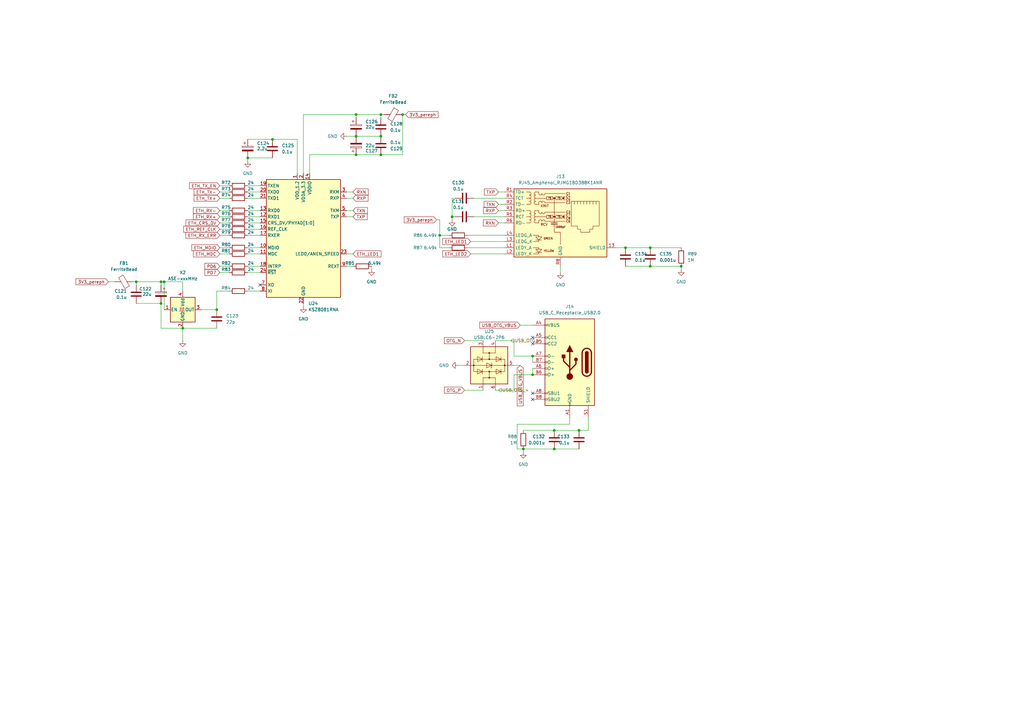
<source format=kicad_sch>
(kicad_sch (version 20211123) (generator eeschema)
  (paper "A3")
  (lib_symbols
    (symbol "Connector:RJ45_Amphenol_RJMG1BD3B8K1ANR"
      (property "Reference" "J" (at 19.05 15.24 0))
      (property "Value" "RJ45_Amphenol_RJMG1BD3B8K1ANR" (at -19.05 15.24 0))
      (symbol "RJ45_Amphenol_RJMG1BD3B8K1ANR_0_0"
        (circle (center -2.54 2.54) (radius 0.254) (stroke (width 0.254)) (fill (type outline)))
        (circle (center -2.54 10.16) (radius 0.254) (stroke (width 0.254)) (fill (type outline)))
        (polyline (pts (xy -7.62 -12.065) (xy -10.16 -12.065)))
        (polyline (pts (xy -7.62 -6.985) (xy -10.16 -6.985)))
        (polyline (pts (xy -2.54 10.16) (xy -2.54 0)))
        (polyline (pts (xy -1.27 -0.635) (xy -3.81 -0.635)) (stroke (width 0.254)))
        (polyline (pts (xy -1.27 0) (xy -3.81 0)) (stroke (width 0.254)))
        (polyline (pts (xy 1.27 2.54) (xy 0.635 2.54)))
        (polyline (pts (xy 1.27 10.16) (xy 0.635 10.16)))
        (polyline (pts (xy -11.176 -12.7) (xy -8.89 -12.7) (xy -8.89 -12.065)))
        (polyline (pts (xy -11.176 -10.16) (xy -8.89 -10.16) (xy -8.89 -10.795)))
        (polyline (pts (xy -11.176 -5.08) (xy -8.89 -5.08) (xy -8.89 -5.715)))
        (polyline (pts (xy -8.89 -6.985) (xy -8.89 -7.62) (xy -11.176 -7.62)))
        (polyline (pts (xy -10.16 -5.715) (xy -7.62 -5.715) (xy -8.89 -6.985) (xy -10.16 -5.715)))
        (polyline (pts (xy -7.62 -10.795) (xy -10.16 -10.795) (xy -8.89 -12.065) (xy -7.62 -10.795)))
        (polyline (pts (xy -2.54 -0.635) (xy -2.54 -3.81) (xy 0 -3.81) (xy 0 -8.89)))
        (polyline (pts (xy 1.905 3.175) (xy 1.27 3.175) (xy 1.27 1.905) (xy 1.905 1.905)))
        (polyline (pts (xy 1.905 10.795) (xy 1.27 10.795) (xy 1.27 9.525) (xy 1.905 9.525)))
        (circle (center 1.27 2.54) (radius 0.254) (stroke (width 0.254)) (fill (type outline)))
        (circle (center 1.27 10.16) (radius 0.254) (stroke (width 0.254)) (fill (type outline)))
        (text "1000pF" (at 0 -1.651 0) (effects (font (size 0.762 0.762))))
        (text "75" (at -4.445 2.54 0) (effects (font (size 0.762 0.762))))
        (text "75" (at -4.445 10.16 0) (effects (font (size 0.762 0.762))))
        (text "75" (at -0.635 2.54 0) (effects (font (size 0.762 0.762))))
        (text "75" (at -0.635 10.16 0) (effects (font (size 0.762 0.762))))
        (text "C1" (at 3.175 12.065 0) (effects (font (size 0.889 0.889))))
        (text "C2" (at 3.175 8.255 0) (effects (font (size 0.889 0.889))))
        (text "C3" (at 3.175 4.445 0) (effects (font (size 0.889 0.889))))
        (text "C4" (at 3.175 10.795 0) (effects (font (size 0.889 0.889))))
        (text "C5" (at 3.175 9.525 0) (effects (font (size 0.889 0.889))))
        (text "C6" (at 3.175 0.635 0) (effects (font (size 0.889 0.889))))
        (text "C7" (at 3.175 3.175 0) (effects (font (size 0.889 0.889))))
        (text "C8" (at 3.175 1.905 0) (effects (font (size 0.889 0.889))))
        (text "GREEN" (at -6.985 -6.35 0) (effects (font (size 0.762 0.762)) (justify left)))
        (text "RCV" (at -8.255 -0.635 0) (effects (font (size 1.016 1.016)) (justify left)))
        (text "XMIT" (at -8.255 6.985 0) (effects (font (size 1.016 1.016)) (justify left)))
        (text "YELLOW" (at -6.985 -11.43 0) (effects (font (size 0.762 0.762)) (justify left)))
      )
      (symbol "RJ45_Amphenol_RJMG1BD3B8K1ANR_0_1"
        (rectangle (start -19.05 -13.97) (end 19.05 13.97) (stroke (width 0.254)) (fill (type background)))
        (arc (start -12.7 0) (mid -12.065 0.635) (end -12.7 1.27))
        (arc (start -12.7 1.27) (mid -12.065 1.905) (end -12.7 2.54))
        (arc (start -12.7 2.54) (mid -12.065 3.175) (end -12.7 3.81))
        (arc (start -12.7 3.81) (mid -12.065 4.445) (end -12.7 5.08))
        (arc (start -12.7 7.62) (mid -12.065 8.255) (end -12.7 8.89))
        (arc (start -12.7 8.89) (mid -12.065 9.525) (end -12.7 10.16))
        (arc (start -12.7 10.16) (mid -12.065 10.795) (end -12.7 11.43))
        (arc (start -12.7 11.43) (mid -12.065 12.065) (end -12.7 12.7))
        (arc (start -10.16 1.27) (mid -10.795 0.635) (end -10.16 0))
        (arc (start -10.16 2.54) (mid -10.795 1.905) (end -10.16 1.27))
        (arc (start -10.16 3.81) (mid -10.795 3.175) (end -10.16 2.54))
        (arc (start -10.16 5.08) (mid -10.795 4.445) (end -10.16 3.81))
        (arc (start -10.16 8.89) (mid -10.795 8.255) (end -10.16 7.62))
        (arc (start -10.16 10.16) (mid -10.795 9.525) (end -10.16 8.89))
        (arc (start -10.16 11.43) (mid -10.795 10.795) (end -10.16 10.16))
        (arc (start -10.16 12.7) (mid -10.795 12.065) (end -10.16 11.43))
        (arc (start -8.89 4.445) (mid -8.255 3.81) (end -7.62 4.445))
        (arc (start -8.89 12.065) (mid -8.255 11.43) (end -7.62 12.065))
        (arc (start -7.62 0.635) (mid -8.255 1.27) (end -8.89 0.635))
        (arc (start -7.62 4.445) (mid -6.985 3.81) (end -6.35 4.445))
        (arc (start -7.62 8.255) (mid -8.255 8.89) (end -8.89 8.255))
        (arc (start -7.62 12.065) (mid -6.985 11.43) (end -6.35 12.065))
        (arc (start -6.35 0.635) (mid -6.985 1.27) (end -7.62 0.635))
        (arc (start -6.35 8.255) (mid -6.985 8.89) (end -7.62 8.255))
        (rectangle (start -5.715 3.175) (end -3.175 1.905))
        (rectangle (start -5.715 10.795) (end -3.175 9.525))
        (rectangle (start -1.905 3.175) (end 0.635 1.905))
        (rectangle (start -1.905 10.795) (end 0.635 9.525))
        (polyline (pts (xy -12.7 0) (xy -13.97 0)))
        (polyline (pts (xy -12.7 2.54) (xy -13.97 2.54)))
        (polyline (pts (xy -12.7 5.08) (xy -13.97 5.08)))
        (polyline (pts (xy -12.7 7.62) (xy -13.97 7.62)))
        (polyline (pts (xy -12.7 10.16) (xy -13.97 10.16)))
        (polyline (pts (xy -12.7 12.7) (xy -13.97 12.7)))
        (polyline (pts (xy -6.35 0.635) (xy 1.905 0.635)))
        (polyline (pts (xy -6.35 4.445) (xy 1.905 4.445)))
        (polyline (pts (xy -6.35 8.255) (xy 1.905 8.255)))
        (polyline (pts (xy -6.35 12.065) (xy 1.905 12.065)))
        (polyline (pts (xy -5.715 2.54) (xy -10.16 2.54)))
        (polyline (pts (xy -5.715 10.16) (xy -10.16 10.16)))
        (polyline (pts (xy -3.175 2.54) (xy -1.905 2.54)))
        (polyline (pts (xy -3.175 10.16) (xy -1.905 10.16)))
        (polyline (pts (xy 5.715 7.62) (xy 5.715 8.89)))
        (polyline (pts (xy 6.985 8.89) (xy 6.985 7.62)))
        (polyline (pts (xy 8.255 8.89) (xy 8.255 7.62)))
        (polyline (pts (xy 9.525 8.89) (xy 9.525 7.62)))
        (polyline (pts (xy 10.795 8.89) (xy 10.795 7.62)))
        (polyline (pts (xy 12.065 8.89) (xy 12.065 7.62)))
        (polyline (pts (xy 13.335 7.62) (xy 13.335 8.89)))
        (polyline (pts (xy 14.605 7.62) (xy 14.605 8.89)))
        (polyline (pts (xy -10.16 5.08) (xy -8.89 5.08) (xy -8.89 4.445)))
        (polyline (pts (xy -10.16 12.7) (xy -8.89 12.7) (xy -8.89 12.065)))
        (polyline (pts (xy -8.89 0.635) (xy -8.89 0) (xy -10.16 0)))
        (polyline (pts (xy -8.89 8.255) (xy -8.89 7.62) (xy -10.16 7.62)))
        (polyline (pts (xy 4.445 8.89) (xy 15.875 8.89) (xy 15.875 -1.27) (xy 13.335 -1.27) (xy 13.335 -2.54) (xy 12.065 -2.54) (xy 12.065 -3.81) (xy 8.255 -3.81) (xy 8.255 -2.54) (xy 6.985 -2.54) (xy 6.985 -1.27) (xy 4.445 -1.27) (xy 4.445 8.89)))
      )
      (symbol "RJ45_Amphenol_RJMG1BD3B8K1ANR_1_1"
        (pin passive line (at 22.86 -10.16 180) (length 3.81) (name "SHIELD") (number "13"))
        (pin passive line (at -22.86 -10.16 0) (length 3.81) (name "LEDY_A") (number "L1"))
        (pin passive line (at -22.86 -12.7 0) (length 3.81) (name "LEDY_K") (number "L2"))
        (pin passive line (at -22.86 -7.62 0) (length 3.81) (name "LEDG_K") (number "L3"))
        (pin passive line (at -22.86 -5.08 0) (length 3.81) (name "LEDG_A") (number "L4"))
        (pin passive line (at -22.86 12.7 0) (length 3.81) (name "TD+") (number "R1"))
        (pin passive line (at -22.86 7.62 0) (length 3.81) (name "TD-") (number "R2"))
        (pin passive line (at -22.86 5.08 0) (length 3.81) (name "RD+") (number "R3"))
        (pin passive line (at -22.86 10.16 0) (length 3.81) (name "TCT") (number "R4"))
        (pin passive line (at -22.86 2.54 0) (length 3.81) (name "RCT") (number "R5"))
        (pin passive line (at -22.86 0 0) (length 3.81) (name "RD-") (number "R6"))
        (pin no_connect line (at 5.08 -5.08 0) (length 0) hide (name "NC") (number "R7"))
        (pin power_in line (at 0 -17.78 90) (length 3.81) (name "GND") (number "R8"))
      )
    )
    (symbol "Connector:USB_C_Receptacle_USB2.0" (pin_names (offset 1.016))
      (property "Reference" "J" (at -10.16 19.05 0))
      (property "Value" "USB_C_Receptacle_USB2.0" (at 19.05 19.05 0))
      (symbol "USB_C_Receptacle_USB2.0_0_0"
        (rectangle (start -0.254 -17.78) (end 0.254 -16.764))
        (rectangle (start 10.16 -14.986) (end 9.144 -15.494))
        (rectangle (start 10.16 -12.446) (end 9.144 -12.954))
        (rectangle (start 10.16 -4.826) (end 9.144 -5.334))
        (rectangle (start 10.16 -2.286) (end 9.144 -2.794))
        (rectangle (start 10.16 0.254) (end 9.144 -0.254))
        (rectangle (start 10.16 2.794) (end 9.144 2.286))
        (rectangle (start 10.16 7.874) (end 9.144 7.366))
        (rectangle (start 10.16 10.414) (end 9.144 9.906))
        (rectangle (start 10.16 15.494) (end 9.144 14.986))
      )
      (symbol "USB_C_Receptacle_USB2.0_0_1"
        (rectangle (start -10.16 17.78) (end 10.16 -17.78) (stroke (width 0.254)) (fill (type background)))
        (arc (start -8.89 -3.81) (mid -6.985 -5.715) (end -5.08 -3.81) (stroke (width 0.508)))
        (arc (start -7.62 -3.81) (mid -6.985 -4.445) (end -6.35 -3.81) (stroke (width 0.254)))
        (arc (start -7.62 -3.81) (mid -6.985 -4.445) (end -6.35 -3.81) (stroke (width 0.254)) (fill (type outline)))
        (rectangle (start -7.62 -3.81) (end -6.35 3.81) (stroke (width 0.254)) (fill (type outline)))
        (arc (start -6.35 3.81) (mid -6.985 4.445) (end -7.62 3.81) (stroke (width 0.254)))
        (arc (start -6.35 3.81) (mid -6.985 4.445) (end -7.62 3.81) (stroke (width 0.254)) (fill (type outline)))
        (arc (start -5.08 3.81) (mid -6.985 5.715) (end -8.89 3.81) (stroke (width 0.508)))
        (circle (center -2.54 1.143) (radius 0.635) (stroke (width 0.254)) (fill (type outline)))
        (circle (center 0 -5.842) (radius 1.27) (fill (type outline)))
        (polyline (pts (xy -8.89 -3.81) (xy -8.89 3.81)) (stroke (width 0.508)))
        (polyline (pts (xy -5.08 3.81) (xy -5.08 -3.81)) (stroke (width 0.508)))
        (polyline (pts (xy 0 -5.842) (xy 0 4.318)) (stroke (width 0.508)))
        (polyline (pts (xy 0 -3.302) (xy -2.54 -0.762) (xy -2.54 0.508)) (stroke (width 0.508)))
        (polyline (pts (xy 0 -2.032) (xy 2.54 0.508) (xy 2.54 1.778)) (stroke (width 0.508)))
        (polyline (pts (xy -1.27 4.318) (xy 0 6.858) (xy 1.27 4.318) (xy -1.27 4.318)) (stroke (width 0.254)) (fill (type outline)))
        (rectangle (start 1.905 1.778) (end 3.175 3.048) (stroke (width 0.254)) (fill (type outline)))
      )
      (symbol "USB_C_Receptacle_USB2.0_1_1"
        (pin passive line (at 0 -22.86 90) (length 5.08) (name "GND") (number "A1"))
        (pin passive line (at 0 -22.86 90) (length 5.08) hide (name "GND") (number "A12"))
        (pin passive line (at 15.24 15.24 180) (length 5.08) (name "VBUS") (number "A4"))
        (pin bidirectional line (at 15.24 10.16 180) (length 5.08) (name "CC1") (number "A5"))
        (pin bidirectional line (at 15.24 -2.54 180) (length 5.08) (name "D+") (number "A6"))
        (pin bidirectional line (at 15.24 2.54 180) (length 5.08) (name "D-") (number "A7"))
        (pin bidirectional line (at 15.24 -12.7 180) (length 5.08) (name "SBU1") (number "A8"))
        (pin passive line (at 15.24 15.24 180) (length 5.08) hide (name "VBUS") (number "A9"))
        (pin passive line (at 0 -22.86 90) (length 5.08) hide (name "GND") (number "B1"))
        (pin passive line (at 0 -22.86 90) (length 5.08) hide (name "GND") (number "B12"))
        (pin passive line (at 15.24 15.24 180) (length 5.08) hide (name "VBUS") (number "B4"))
        (pin bidirectional line (at 15.24 7.62 180) (length 5.08) (name "CC2") (number "B5"))
        (pin bidirectional line (at 15.24 -5.08 180) (length 5.08) (name "D+") (number "B6"))
        (pin bidirectional line (at 15.24 0 180) (length 5.08) (name "D-") (number "B7"))
        (pin bidirectional line (at 15.24 -15.24 180) (length 5.08) (name "SBU2") (number "B8"))
        (pin passive line (at 15.24 15.24 180) (length 5.08) hide (name "VBUS") (number "B9"))
        (pin passive line (at -7.62 -22.86 90) (length 5.08) (name "SHIELD") (number "S1"))
      )
    )
    (symbol "Device:C" (pin_numbers hide) (pin_names (offset 0.254))
      (property "Reference" "C" (at 0.635 2.54 0))
      (property "Value" "C" (at 0.635 -2.54 0))
      (symbol "C_0_1"
        (polyline (pts (xy -2.032 -0.762) (xy 2.032 -0.762)) (stroke (width 0.508)))
        (polyline (pts (xy -2.032 0.762) (xy 2.032 0.762)) (stroke (width 0.508)))
      )
      (symbol "C_1_1"
        (pin passive line (at 0 3.81 270) (length 2.794) (name "~") (number "1"))
        (pin passive line (at 0 -3.81 90) (length 2.794) (name "~") (number "2"))
      )
    )
    (symbol "Device:C_Polarized" (pin_numbers hide) (pin_names (offset 0.254))
      (property "Reference" "C" (at 0.635 2.54 0))
      (property "Value" "C_Polarized" (at 0.635 -2.54 0))
      (symbol "C_Polarized_0_1"
        (rectangle (start -2.286 0.508) (end 2.286 1.016))
        (polyline (pts (xy -1.778 2.286) (xy -0.762 2.286)))
        (polyline (pts (xy -1.27 2.794) (xy -1.27 1.778)))
        (rectangle (start 2.286 -0.508) (end -2.286 -1.016) (fill (type outline)))
      )
      (symbol "C_Polarized_1_1"
        (pin passive line (at 0 3.81 270) (length 2.794) (name "~") (number "1"))
        (pin passive line (at 0 -3.81 90) (length 2.794) (name "~") (number "2"))
      )
    )
    (symbol "Device:FerriteBead" (pin_numbers hide) (pin_names (offset 0))
      (property "Reference" "FB" (at -3.81 0.635 90))
      (property "Value" "FerriteBead" (at 3.81 0 90))
      (symbol "FerriteBead_0_1"
        (polyline (pts (xy 0 -1.27) (xy 0 -1.2192)))
        (polyline (pts (xy 0 1.27) (xy 0 1.2954)))
        (polyline (pts (xy -2.7686 0.4064) (xy -1.7018 2.2606) (xy 2.7686 -0.3048) (xy 1.6764 -2.159) (xy -2.7686 0.4064)))
      )
      (symbol "FerriteBead_1_1"
        (pin passive line (at 0 3.81 270) (length 2.54) (name "~") (number "1"))
        (pin passive line (at 0 -3.81 90) (length 2.54) (name "~") (number "2"))
      )
    )
    (symbol "Device:R" (pin_numbers hide) (pin_names (offset 0))
      (property "Reference" "R" (at 2.032 0 90))
      (property "Value" "R" (at 0 0 90))
      (symbol "R_0_1"
        (rectangle (start -1.016 -2.54) (end 1.016 2.54) (stroke (width 0.254)))
      )
      (symbol "R_1_1"
        (pin passive line (at 0 3.81 270) (length 1.27) (name "~") (number "1"))
        (pin passive line (at 0 -3.81 90) (length 1.27) (name "~") (number "2"))
      )
    )
    (symbol "Interface_Ethernet:KSZ8081RNA"
      (property "Reference" "U" (at -15.24 26.035 0))
      (property "Value" "KSZ8081RNA" (at 3.81 26.035 0))
      (symbol "KSZ8081RNA_0_1"
        (rectangle (start -15.24 25.4) (end 15.24 -22.86) (stroke (width 0.254)) (fill (type background)))
      )
      (symbol "KSZ8081RNA_1_1"
        (pin power_in line (at -2.54 27.94 270) (length 2.54) (name "VDD_1.2") (number "1"))
        (pin bidirectional line (at -17.78 -2.54 0) (length 2.54) (name "MDIO") (number "10"))
        (pin input line (at -17.78 -5.08 0) (length 2.54) (name "MDC") (number "11"))
        (pin output line (at -17.78 10.16 0) (length 2.54) (name "RXD1") (number "12"))
        (pin output line (at -17.78 12.7 0) (length 2.54) (name "RXD0") (number "13"))
        (pin power_in line (at 2.54 27.94 270) (length 2.54) (name "VDDIO") (number "14"))
        (pin output line (at -17.78 7.62 0) (length 2.54) (name "CRS_DV/PHYAD[1:0]") (number "15"))
        (pin output line (at -17.78 5.08 0) (length 2.54) (name "REF_CLK") (number "16"))
        (pin output line (at -17.78 2.54 0) (length 2.54) (name "RXER") (number "17"))
        (pin bidirectional line (at -17.78 -10.16 0) (length 2.54) (name "INTRP") (number "18"))
        (pin input line (at -17.78 22.86 0) (length 2.54) (name "TXEN") (number "19"))
        (pin power_in line (at 0 27.94 270) (length 2.54) (name "VDDA_3.3") (number "2"))
        (pin input line (at -17.78 20.32 0) (length 2.54) (name "TXD0") (number "20"))
        (pin bidirectional line (at -17.78 17.78 0) (length 2.54) (name "TXD1") (number "21"))
        (pin power_in line (at 0 -25.4 90) (length 2.54) (name "GND") (number "22"))
        (pin output line (at 17.78 -5.08 180) (length 2.54) (name "LED0/ANEN_SPEED") (number "23"))
        (pin input line (at -17.78 -12.7 0) (length 2.54) (name "~{RST}") (number "24"))
        (pin passive line (at 0 -25.4 90) (length 2.54) hide (name "GND") (number "25"))
        (pin bidirectional line (at 17.78 20.32 180) (length 2.54) (name "RXM") (number "3"))
        (pin bidirectional line (at 17.78 17.78 180) (length 2.54) (name "RXP") (number "4"))
        (pin bidirectional line (at 17.78 12.7 180) (length 2.54) (name "TXM") (number "5"))
        (pin bidirectional line (at 17.78 10.16 180) (length 2.54) (name "TXP") (number "6"))
        (pin output line (at -17.78 -17.78 0) (length 2.54) (name "XO") (number "7"))
        (pin input line (at -17.78 -20.32 0) (length 2.54) (name "XI") (number "8"))
        (pin passive line (at 17.78 -10.16 180) (length 2.54) (name "REXT") (number "9"))
      )
    )
    (symbol "Oscillator:ASE-xxxMHz" (pin_names (offset 0.254))
      (property "Reference" "X" (at -5.08 6.35 0))
      (property "Value" "ASE-xxxMHz" (at 1.27 -6.35 0))
      (symbol "ASE-xxxMHz_0_1"
        (rectangle (start -5.08 5.08) (end 5.08 -5.08) (stroke (width 0.254)) (fill (type background)))
        (polyline (pts (xy -1.27 -0.762) (xy -1.016 -0.762) (xy -1.016 0.762) (xy -0.508 0.762) (xy -0.508 -0.762) (xy 0 -0.762) (xy 0 0.762) (xy 0.508 0.762) (xy 0.508 -0.762) (xy 0.762 -0.762)))
      )
      (symbol "ASE-xxxMHz_1_1"
        (pin input line (at -7.62 0 0) (length 2.54) (name "EN") (number "1"))
        (pin power_in line (at 0 -7.62 90) (length 2.54) (name "GND") (number "2"))
        (pin output line (at 7.62 0 180) (length 2.54) (name "OUT") (number "3"))
        (pin power_in line (at 0 7.62 270) (length 2.54) (name "Vdd") (number "4"))
      )
    )
    (symbol "Power_Protection:USBLC6-2P6" (pin_names hide)
      (property "Reference" "U" (at 2.54 8.89 0))
      (property "Value" "USBLC6-2P6" (at 2.54 -8.89 0))
      (symbol "USBLC6-2P6_0_1"
        (rectangle (start -7.62 -7.62) (end 7.62 7.62) (stroke (width 0.254)) (fill (type background)))
        (circle (center -5.08 0) (radius 0.254) (fill (type outline)))
        (circle (center -2.54 0) (radius 0.254) (fill (type outline)))
        (rectangle (start -2.54 6.35) (end 2.54 -6.35))
        (circle (center 0 -6.35) (radius 0.254) (fill (type outline)))
        (polyline (pts (xy -5.08 -2.54) (xy -7.62 -2.54)))
        (polyline (pts (xy -5.08 0) (xy -5.08 -2.54)))
        (polyline (pts (xy -5.08 2.54) (xy -7.62 2.54)))
        (polyline (pts (xy -1.524 -2.794) (xy -3.556 -2.794)))
        (polyline (pts (xy -1.524 4.826) (xy -3.556 4.826)))
        (polyline (pts (xy 0 -7.62) (xy 0 -6.35)))
        (polyline (pts (xy 0 -6.35) (xy 0 1.27)))
        (polyline (pts (xy 0 1.27) (xy 0 6.35)))
        (polyline (pts (xy 0 6.35) (xy 0 7.62)))
        (polyline (pts (xy 1.524 -2.794) (xy 3.556 -2.794)))
        (polyline (pts (xy 1.524 4.826) (xy 3.556 4.826)))
        (polyline (pts (xy 5.08 -2.54) (xy 7.62 -2.54)))
        (polyline (pts (xy 5.08 0) (xy 5.08 -2.54)))
        (polyline (pts (xy 5.08 2.54) (xy 7.62 2.54)))
        (polyline (pts (xy -2.54 0) (xy -5.08 0) (xy -5.08 2.54)))
        (polyline (pts (xy 2.54 0) (xy 5.08 0) (xy 5.08 2.54)))
        (polyline (pts (xy -3.556 -4.826) (xy -1.524 -4.826) (xy -2.54 -2.794) (xy -3.556 -4.826)))
        (polyline (pts (xy -3.556 2.794) (xy -1.524 2.794) (xy -2.54 4.826) (xy -3.556 2.794)))
        (polyline (pts (xy -1.016 -1.016) (xy 1.016 -1.016) (xy 0 1.016) (xy -1.016 -1.016)))
        (polyline (pts (xy 1.016 1.016) (xy 0.762 1.016) (xy -1.016 1.016) (xy -1.016 0.508)))
        (polyline (pts (xy 3.556 -4.826) (xy 1.524 -4.826) (xy 2.54 -2.794) (xy 3.556 -4.826)))
        (polyline (pts (xy 3.556 2.794) (xy 1.524 2.794) (xy 2.54 4.826) (xy 3.556 2.794)))
        (circle (center 0 6.35) (radius 0.254) (fill (type outline)))
        (circle (center 2.54 0) (radius 0.254) (fill (type outline)))
        (circle (center 5.08 0) (radius 0.254) (fill (type outline)))
      )
      (symbol "USBLC6-2P6_1_1"
        (pin passive line (at -10.16 -2.54 0) (length 2.54) (name "I/O1") (number "1"))
        (pin passive line (at 0 -10.16 90) (length 2.54) (name "GND") (number "2"))
        (pin passive line (at 10.16 -2.54 180) (length 2.54) (name "I/O2") (number "3"))
        (pin passive line (at 10.16 2.54 180) (length 2.54) (name "I/O2") (number "4"))
        (pin passive line (at 0 10.16 270) (length 2.54) (name "VBUS") (number "5"))
        (pin passive line (at -10.16 2.54 0) (length 2.54) (name "I/O1") (number "6"))
      )
    )
    (symbol "power:GND" (power) (pin_names (offset 0))
      (property "Value" "GND" (at 0 -3.81 0))
      (symbol "GND_0_1"
        (polyline (pts (xy 0 0) (xy 0 -1.27) (xy 1.27 -1.27) (xy 0 -2.54) (xy -1.27 -1.27) (xy 0 -1.27)))
      )
      (symbol "GND_1_1"
        (pin power_in line (at 0 0 270) (length 0) hide (name "GND") (number "1"))
      )
    )
  )
  (junction (at 55.88 115.57))
  (junction (at 156.21 46.99))
  (junction (at 185.42 88.9))
  (junction (at 227.33 184.15))
  (junction (at 66.04 115.57))
  (junction (at 101.6 64.77))
  (junction (at 146.05 46.99))
  (junction (at 67.31 115.57))
  (junction (at 146.05 55.88))
  (junction (at 74.93 134.62))
  (junction (at 146.05 63.5))
  (junction (at 218.44 146.05))
  (junction (at 237.49 176.53))
  (junction (at 165.1 46.99))
  (junction (at 66.04 124.46))
  (junction (at 88.9 127))
  (junction (at 156.21 63.5))
  (junction (at 111.76 57.15))
  (junction (at 214.63 184.15))
  (junction (at 180.34 96.52))
  (junction (at 279.4 109.22))
  (junction (at 156.21 55.88))
  (junction (at 266.7 109.22))
  (junction (at 218.44 153.67))
  (junction (at 227.33 176.53))
  (junction (at 266.7 101.6))
  (junction (at 256.54 101.6))
  (no_connect (at 218.44 163.83))
  (no_connect (at 218.44 161.29))
  (no_connect (at 218.44 138.43))
  (no_connect (at 218.44 140.97))
  (no_connect (at 106.68 116.84))
  (wire (pts (xy 142.24 109.22) (xy 144.78 109.22)))
  (wire (pts (xy 229.87 109.22) (xy 229.87 111.76)))
  (wire (pts (xy 101.6 101.6) (xy 106.68 101.6)))
  (wire (pts (xy 213.36 133.35) (xy 218.44 133.35)))
  (wire (pts (xy 101.6 109.22) (xy 106.68 109.22)))
  (wire (pts (xy 187.96 149.86) (xy 190.5 149.86)))
  (wire (pts (xy 179.07 90.17) (xy 180.34 90.17)))
  (wire (pts (xy 142.24 88.9) (xy 144.78 88.9)))
  (wire (pts (xy 124.46 124.46) (xy 124.46 125.73)))
  (wire (pts (xy 90.17 88.9) (xy 93.98 88.9)))
  (wire (pts (xy 55.88 115.57) (xy 66.04 115.57)))
  (wire (pts (xy 44.45 115.57) (xy 46.99 115.57)))
  (wire (pts (xy 252.73 101.6) (xy 256.54 101.6)))
  (wire (pts (xy 90.17 91.44) (xy 93.98 91.44)))
  (wire (pts (xy 210.82 160.02) (xy 210.82 153.67)))
  (wire (pts (xy 142.24 55.88) (xy 146.05 55.88)))
  (wire (pts (xy 142.24 104.14) (xy 144.78 104.14)))
  (wire (pts (xy 90.17 109.22) (xy 93.98 109.22)))
  (wire (pts (xy 210.82 149.86) (xy 213.36 149.86)))
  (wire (pts (xy 165.1 63.5) (xy 165.1 46.99)))
  (wire (pts (xy 191.77 96.52) (xy 207.01 96.52)))
  (wire (pts (xy 156.21 46.99) (xy 156.21 48.26)))
  (wire (pts (xy 124.46 46.99) (xy 124.46 71.12)))
  (wire (pts (xy 227.33 184.15) (xy 214.63 184.15)))
  (wire (pts (xy 210.82 153.67) (xy 218.44 153.67)))
  (wire (pts (xy 218.44 146.05) (xy 218.44 148.59)))
  (wire (pts (xy 227.33 176.53) (xy 214.63 176.53)))
  (wire (pts (xy 165.1 46.99) (xy 166.37 46.99)))
  (wire (pts (xy 66.04 115.57) (xy 67.31 115.57)))
  (wire (pts (xy 212.09 184.15) (xy 214.63 184.15)))
  (wire (pts (xy 256.54 109.22) (xy 266.7 109.22)))
  (wire (pts (xy 233.68 171.45) (xy 233.68 173.99)))
  (wire (pts (xy 101.6 111.76) (xy 106.68 111.76)))
  (wire (pts (xy 90.17 101.6) (xy 93.98 101.6)))
  (wire (pts (xy 204.47 86.36) (xy 207.01 86.36)))
  (wire (pts (xy 101.6 91.44) (xy 106.68 91.44)))
  (wire (pts (xy 55.88 124.46) (xy 66.04 124.46)))
  (wire (pts (xy 214.63 184.15) (xy 214.63 185.42)))
  (wire (pts (xy 180.34 96.52) (xy 180.34 101.6)))
  (wire (pts (xy 194.31 81.28) (xy 207.01 81.28)))
  (wire (pts (xy 66.04 115.57) (xy 66.04 116.84)))
  (wire (pts (xy 190.5 139.7) (xy 198.12 139.7)))
  (wire (pts (xy 191.77 101.6) (xy 207.01 101.6)))
  (wire (pts (xy 54.61 115.57) (xy 55.88 115.57)))
  (wire (pts (xy 186.69 81.28) (xy 185.42 81.28)))
  (wire (pts (xy 204.47 83.82) (xy 207.01 83.82)))
  (wire (pts (xy 203.2 139.7) (xy 210.82 139.7)))
  (wire (pts (xy 204.47 91.44) (xy 207.01 91.44)))
  (wire (pts (xy 74.93 115.57) (xy 74.93 119.38)))
  (wire (pts (xy 142.24 86.36) (xy 144.78 86.36)))
  (wire (pts (xy 146.05 46.99) (xy 124.46 46.99)))
  (wire (pts (xy 185.42 90.17) (xy 185.42 88.9)))
  (wire (pts (xy 90.17 76.2) (xy 93.98 76.2)))
  (wire (pts (xy 67.31 115.57) (xy 74.93 115.57)))
  (wire (pts (xy 241.3 171.45) (xy 241.3 176.53)))
  (wire (pts (xy 101.6 76.2) (xy 106.68 76.2)))
  (wire (pts (xy 212.09 173.99) (xy 212.09 184.15)))
  (wire (pts (xy 101.6 104.14) (xy 106.68 104.14)))
  (wire (pts (xy 152.4 109.22) (xy 152.4 110.49)))
  (wire (pts (xy 111.76 57.15) (xy 121.92 57.15)))
  (wire (pts (xy 156.21 63.5) (xy 165.1 63.5)))
  (wire (pts (xy 210.82 139.7) (xy 210.82 146.05)))
  (wire (pts (xy 146.05 55.88) (xy 156.21 55.88)))
  (wire (pts (xy 101.6 119.38) (xy 106.68 119.38)))
  (wire (pts (xy 193.04 99.06) (xy 207.01 99.06)))
  (wire (pts (xy 66.04 124.46) (xy 66.04 134.62)))
  (wire (pts (xy 233.68 173.99) (xy 212.09 173.99)))
  (wire (pts (xy 237.49 176.53) (xy 227.33 176.53)))
  (wire (pts (xy 185.42 88.9) (xy 186.69 88.9)))
  (wire (pts (xy 203.2 160.02) (xy 210.82 160.02)))
  (wire (pts (xy 74.93 134.62) (xy 88.9 134.62)))
  (wire (pts (xy 101.6 86.36) (xy 106.68 86.36)))
  (wire (pts (xy 101.6 96.52) (xy 106.68 96.52)))
  (wire (pts (xy 101.6 57.15) (xy 111.76 57.15)))
  (wire (pts (xy 142.24 81.28) (xy 144.78 81.28)))
  (wire (pts (xy 88.9 127) (xy 88.9 119.38)))
  (wire (pts (xy 266.7 109.22) (xy 279.4 109.22)))
  (wire (pts (xy 74.93 134.62) (xy 74.93 139.7)))
  (wire (pts (xy 241.3 176.53) (xy 237.49 176.53)))
  (wire (pts (xy 193.04 104.14) (xy 207.01 104.14)))
  (wire (pts (xy 190.5 160.02) (xy 198.12 160.02)))
  (wire (pts (xy 256.54 101.6) (xy 266.7 101.6)))
  (wire (pts (xy 67.31 127) (xy 67.31 115.57)))
  (wire (pts (xy 218.44 151.13) (xy 218.44 153.67)))
  (wire (pts (xy 185.42 81.28) (xy 185.42 88.9)))
  (wire (pts (xy 101.6 93.98) (xy 106.68 93.98)))
  (wire (pts (xy 237.49 184.15) (xy 227.33 184.15)))
  (wire (pts (xy 127 63.5) (xy 146.05 63.5)))
  (wire (pts (xy 90.17 104.14) (xy 93.98 104.14)))
  (wire (pts (xy 90.17 81.28) (xy 93.98 81.28)))
  (wire (pts (xy 180.34 101.6) (xy 184.15 101.6)))
  (wire (pts (xy 142.24 78.74) (xy 144.78 78.74)))
  (wire (pts (xy 210.82 146.05) (xy 218.44 146.05)))
  (wire (pts (xy 157.48 46.99) (xy 156.21 46.99)))
  (wire (pts (xy 90.17 86.36) (xy 93.98 86.36)))
  (wire (pts (xy 88.9 119.38) (xy 93.98 119.38)))
  (wire (pts (xy 55.88 115.57) (xy 55.88 116.84)))
  (wire (pts (xy 127 71.12) (xy 127 63.5)))
  (wire (pts (xy 180.34 96.52) (xy 184.15 96.52)))
  (wire (pts (xy 90.17 111.76) (xy 93.98 111.76)))
  (wire (pts (xy 101.6 64.77) (xy 101.6 66.04)))
  (wire (pts (xy 180.34 90.17) (xy 180.34 96.52)))
  (wire (pts (xy 146.05 63.5) (xy 156.21 63.5)))
  (wire (pts (xy 266.7 101.6) (xy 279.4 101.6)))
  (wire (pts (xy 194.31 88.9) (xy 207.01 88.9)))
  (wire (pts (xy 101.6 81.28) (xy 106.68 81.28)))
  (wire (pts (xy 279.4 109.22) (xy 279.4 110.49)))
  (wire (pts (xy 101.6 88.9) (xy 106.68 88.9)))
  (wire (pts (xy 101.6 78.74) (xy 106.68 78.74)))
  (wire (pts (xy 146.05 46.99) (xy 146.05 48.26)))
  (wire (pts (xy 121.92 57.15) (xy 121.92 71.12)))
  (wire (pts (xy 90.17 96.52) (xy 93.98 96.52)))
  (wire (pts (xy 66.04 134.62) (xy 74.93 134.62)))
  (wire (pts (xy 204.47 78.74) (xy 207.01 78.74)))
  (wire (pts (xy 101.6 64.77) (xy 111.76 64.77)))
  (wire (pts (xy 90.17 78.74) (xy 93.98 78.74)))
  (wire (pts (xy 82.55 127) (xy 88.9 127)))
  (wire (pts (xy 90.17 93.98) (xy 93.98 93.98)))
  (wire (pts (xy 156.21 46.99) (xy 146.05 46.99)))
  (global_label "ETH_TX_EN" (shape input) (at 90.17 76.2 180) (property "Intersheet References" "${INTERSHEET_REFS}" (effects hide)))
  (global_label "ETH_LED2" (shape input) (at 193.04 104.14 180) (property "Intersheet References" "${INTERSHEET_REFS}" (effects hide)))
  (global_label "PD7" (shape input) (at 90.17 111.76 180) (property "Intersheet References" "${INTERSHEET_REFS}" (effects hide)))
  (global_label "ETH_RX_ERR" (shape input) (at 90.17 96.52 180) (property "Intersheet References" "${INTERSHEET_REFS}" (effects hide)))
  (global_label "USB_OTG_VBUS" (shape input) (at 213.36 133.35 180) (property "Intersheet References" "${INTERSHEET_REFS}" (effects hide)))
  (global_label "ETH_MDIO" (shape input) (at 90.17 101.6 180) (property "Intersheet References" "${INTERSHEET_REFS}" (effects hide)))
  (global_label "ETH_RX+" (shape input) (at 90.17 88.9 180) (property "Intersheet References" "${INTERSHEET_REFS}" (effects hide)))
  (global_label "ETH_TX+" (shape input) (at 90.17 81.28 180) (property "Intersheet References" "${INTERSHEET_REFS}" (effects hide)))
  (global_label "ETH_RX-" (shape input) (at 90.17 86.36 180) (property "Intersheet References" "${INTERSHEET_REFS}" (effects hide)))
  (global_label "ETH_TX-" (shape input) (at 90.17 78.74 180) (property "Intersheet References" "${INTERSHEET_REFS}" (effects hide)))
  (global_label "3V3_pereph" (shape input) (at 44.45 115.57 180) (property "Intersheet References" "${INTERSHEET_REFS}" (effects hide)))
  (global_label "OTG_P" (shape input) (at 190.5 160.02 180) (property "Intersheet References" "${INTERSHEET_REFS}" (effects hide)))
  (global_label "TXP" (shape input) (at 204.47 78.74 180) (property "Intersheet References" "${INTERSHEET_REFS}" (effects hide)))
  (global_label "RXP" (shape input) (at 204.47 86.36 180) (property "Intersheet References" "${INTERSHEET_REFS}" (effects hide)))
  (global_label "TXN" (shape input) (at 144.78 86.36 0) (property "Intersheet References" "${INTERSHEET_REFS}" (effects hide)))
  (global_label "USB_OTG_VBUS" (shape input) (at 213.36 149.86 270) (property "Intersheet References" "${INTERSHEET_REFS}" (effects hide)))
  (global_label "TXP" (shape input) (at 144.78 88.9 0) (property "Intersheet References" "${INTERSHEET_REFS}" (effects hide)))
  (global_label "ETH_MDC" (shape input) (at 90.17 104.14 180) (property "Intersheet References" "${INTERSHEET_REFS}" (effects hide)))
  (global_label "ETH_CRS_DV" (shape input) (at 90.17 91.44 180) (property "Intersheet References" "${INTERSHEET_REFS}" (effects hide)))
  (global_label "PD6" (shape input) (at 90.17 109.22 180) (property "Intersheet References" "${INTERSHEET_REFS}" (effects hide)))
  (global_label "ETH_LED1" (shape input) (at 144.78 104.14 0) (property "Intersheet References" "${INTERSHEET_REFS}" (effects hide)))
  (global_label "RXN" (shape input) (at 144.78 78.74 0) (property "Intersheet References" "${INTERSHEET_REFS}" (effects hide)))
  (global_label "ETH_LED1" (shape input) (at 193.04 99.06 180) (property "Intersheet References" "${INTERSHEET_REFS}" (effects hide)))
  (global_label "TXN" (shape input) (at 204.47 83.82 180) (property "Intersheet References" "${INTERSHEET_REFS}" (effects hide)))
  (global_label "3V3_pereph" (shape input) (at 179.07 90.17 180) (property "Intersheet References" "${INTERSHEET_REFS}" (effects hide)))
  (global_label "OTG_N" (shape input) (at 190.5 139.7 180) (property "Intersheet References" "${INTERSHEET_REFS}" (effects hide)))
  (global_label "3V3_pereph" (shape input) (at 166.37 46.99 0) (property "Intersheet References" "${INTERSHEET_REFS}" (effects hide)))
  (global_label "RXP" (shape input) (at 144.78 81.28 0) (property "Intersheet References" "${INTERSHEET_REFS}" (effects hide)))
  (global_label "RXN" (shape input) (at 204.47 91.44 180) (property "Intersheet References" "${INTERSHEET_REFS}" (effects hide)))
  (global_label "ETH_REF_CLK" (shape input) (at 90.17 93.98 180) (property "Intersheet References" "${INTERSHEET_REFS}" (effects hide)))
  (hierarchical_label "USB_OTG_+" (shape input) (at 204.47 160.02 0))
  (hierarchical_label "USB_OTG_-" (shape input) (at 209.55 139.7 0))
  (symbol (lib_id "Device:C") (at 190.5 88.9 90) (mirror x) (unit 1)
    (property "Reference" "C131" (at 187.96 82.55 90))
    (property "Value" "0.1u" (at 187.96 85.09 90))
    (property "Footprint" "Capacitor_SMD:C_0603_1608Metric_Pad1.08x0.95mm_HandSolder" (effects hide))
  )
  (symbol (lib_id "Device:C") (at 156.21 59.69 0) (mirror x) (unit 1)
    (property "Reference" "C129" (at 160.02 60.9601 0) (effects (justify left)))
    (property "Value" "0.1u" (at 160.02 58.4201 0) (effects (justify left)))
    (property "Footprint" "Capacitor_SMD:C_0603_1608Metric_Pad1.08x0.95mm_HandSolder" (effects hide))
  )
  (symbol (lib_id "Device:C") (at 227.33 180.34 0) (mirror y) (unit 1)
    (property "Reference" "C132" (at 223.52 179.0699 0) (effects (justify left)))
    (property "Value" "0.001u" (at 223.52 181.6099 0) (effects (justify left)))
    (property "Footprint" "Capacitor_SMD:C_0603_1608Metric_Pad1.08x0.95mm_HandSolder" (effects hide))
  )
  (symbol (lib_id "Device:R") (at 187.96 96.52 90) (unit 1)
    (property "Reference" "R86" (at 171.45 96.52 90))
    (property "Value" "6.49k" (at 176.53 96.52 90))
    (property "Footprint" "Resistor_SMD:R_0603_1608Metric_Pad0.98x0.95mm_HandSolder" (effects hide))
  )
  (symbol (lib_id "Device:C") (at 55.88 120.65 0) (mirror y) (unit 1)
    (property "Reference" "C121" (at 52.07 119.3799 0) (effects (justify left)))
    (property "Value" "0.1u" (at 52.07 121.9199 0) (effects (justify left)))
    (property "Footprint" "Capacitor_SMD:C_0603_1608Metric_Pad1.08x0.95mm_HandSolder" (effects hide))
  )
  (symbol (lib_id "power:GND") (at 185.42 90.17 0) (unit 1)
    (property "Reference" "#PWR0114" (effects hide))
    (property "Value" "GND" (at 185.42 93.98 0))
  )
  (symbol (lib_id "Connector:RJ45_Amphenol_RJMG1BD3B8K1ANR") (at 229.87 91.44 0) (unit 1)
    (property "Reference" "J13" (at 229.87 72.39 0))
    (property "Value" "RJ45_Amphenol_RJMG1BD3B8K1ANR" (at 229.87 74.93 0))
    (property "Footprint" "Connector_RJ:RJ45_Amphenol_RJMG1BD3B8K1ANR" (effects hide))
    (property "Datasheet" "https://www.amphenolcanada.com/ProductSearch/Drawings/AC/RJMG1BD3B8K1ANR.PDF" (effects hide))
  )
  (symbol (lib_id "Device:R") (at 97.79 76.2 90) (unit 1)
    (property "Reference" "R72" (at 92.71 74.93 90))
    (property "Value" "24" (at 102.87 74.93 90))
    (property "Footprint" "Resistor_SMD:R_0603_1608Metric_Pad0.98x0.95mm_HandSolder" (effects hide))
  )
  (symbol (lib_id "power:GND") (at 279.4 110.49 0) (unit 1)
    (property "Reference" "#PWR0118" (effects hide))
    (property "Value" "GND" (at 279.4 115.57 0))
  )
  (symbol (lib_id "Device:R") (at 97.79 104.14 90) (unit 1)
    (property "Reference" "R81" (at 92.71 102.87 90))
    (property "Value" "24" (at 102.87 102.87 90))
    (property "Footprint" "Resistor_SMD:R_0603_1608Metric_Pad0.98x0.95mm_HandSolder" (effects hide))
  )
  (symbol (lib_id "power:GND") (at 124.46 125.73 0) (unit 1)
    (property "Reference" "#PWR0112" (effects hide))
    (property "Value" "GND" (at 124.46 130.81 0))
  )
  (symbol (lib_id "Device:R") (at 97.79 109.22 90) (unit 1)
    (property "Reference" "R82" (at 92.71 107.95 90))
    (property "Value" "24" (at 102.87 107.95 90))
    (property "Footprint" "Resistor_SMD:R_0603_1608Metric_Pad0.98x0.95mm_HandSolder" (effects hide))
  )
  (symbol (lib_id "Device:R") (at 279.4 105.41 0) (unit 1)
    (property "Reference" "R89" (at 281.94 104.1399 0) (effects (justify left)))
    (property "Value" "1M" (at 281.94 106.6799 0) (effects (justify left)))
    (property "Footprint" "Resistor_SMD:R_0603_1608Metric_Pad0.98x0.95mm_HandSolder" (effects hide))
  )
  (symbol (lib_id "power:GND") (at 214.63 185.42 0) (mirror y) (unit 1)
    (property "Reference" "#PWR0116" (effects hide))
    (property "Value" "GND" (at 214.63 190.5 0))
  )
  (symbol (lib_id "Device:C") (at 156.21 52.07 0) (unit 1)
    (property "Reference" "C128" (at 160.02 50.7999 0) (effects (justify left)))
    (property "Value" "0.1u" (at 160.02 53.3399 0) (effects (justify left)))
    (property "Footprint" "Capacitor_SMD:C_0603_1608Metric_Pad1.08x0.95mm_HandSolder" (effects hide))
  )
  (symbol (lib_id "Device:C") (at 111.76 60.96 0) (unit 1)
    (property "Reference" "C125" (at 115.57 59.6899 0) (effects (justify left)))
    (property "Value" "0.1u" (at 115.57 62.2299 0) (effects (justify left)))
    (property "Footprint" "Capacitor_SMD:C_0603_1608Metric_Pad1.08x0.95mm_HandSolder" (effects hide))
  )
  (symbol (lib_id "Device:C_Polarized") (at 101.6 60.96 0) (unit 1)
    (property "Reference" "C124" (at 105.41 58.8009 0) (effects (justify left)))
    (property "Value" "2.2u" (at 105.41 60.96 0) (effects (justify left)))
    (property "Footprint" "Capacitor_Tantalum_SMD:CP_EIA-1608-08_AVX-J" (effects hide))
  )
  (symbol (lib_id "Device:R") (at 148.59 109.22 90) (unit 1)
    (property "Reference" "R85" (at 143.51 107.95 90))
    (property "Value" "6.49k" (at 153.67 107.95 90))
    (property "Footprint" "Resistor_SMD:R_0603_1608Metric_Pad0.98x0.95mm_HandSolder" (effects hide))
  )
  (symbol (lib_id "Device:C_Polarized") (at 146.05 59.69 0) (mirror x) (unit 1)
    (property "Reference" "C127" (at 149.86 61.8491 0) (effects (justify left)))
    (property "Value" "22u" (at 149.86 59.69 0) (effects (justify left)))
    (property "Footprint" "Capacitor_Tantalum_SMD:CP_EIA-6032-15_Kemet-U_Pad2.25x2.35mm_HandSolder" (effects hide))
  )
  (symbol (lib_id "Device:C_Polarized") (at 66.04 120.65 0) (mirror y) (unit 1)
    (property "Reference" "C122" (at 62.23 118.4909 0) (effects (justify left)))
    (property "Value" "22u" (at 62.23 120.65 0) (effects (justify left)))
    (property "Footprint" "Capacitor_Tantalum_SMD:CP_EIA-6032-15_Kemet-U_Pad2.25x2.35mm_HandSolder" (effects hide))
  )
  (symbol (lib_id "Device:R") (at 97.79 93.98 90) (unit 1)
    (property "Reference" "R78" (at 92.71 92.71 90))
    (property "Value" "24" (at 102.87 92.71 90))
    (property "Footprint" "Resistor_SMD:R_0603_1608Metric_Pad0.98x0.95mm_HandSolder" (effects hide))
  )
  (symbol (lib_id "power:GND") (at 187.96 149.86 270) (unit 1)
    (property "Reference" "#PWR0115" (effects hide))
    (property "Value" "GND" (at 184.15 149.8599 90) (effects (justify right)))
  )
  (symbol (lib_id "Device:R") (at 97.79 119.38 90) (unit 1)
    (property "Reference" "R84" (at 92.71 118.11 90))
    (property "Value" "24" (at 102.87 118.11 90))
    (property "Footprint" "Resistor_SMD:R_0603_1608Metric_Pad0.98x0.95mm_HandSolder" (effects hide))
  )
  (symbol (lib_id "Device:FerriteBead") (at 161.29 46.99 90) (unit 1)
    (property "Reference" "FB2" (at 161.2392 39.37 90))
    (property "Value" "FerriteBead" (at 161.2392 41.91 90))
    (property "Footprint" "Inductor_SMD:L_0805_2012Metric_Pad1.05x1.20mm_HandSolder" (effects hide))
  )
  (symbol (lib_id "Device:C") (at 88.9 130.81 0) (mirror y) (unit 1)
    (property "Reference" "C123" (at 92.71 129.5399 0) (effects (justify right)))
    (property "Value" "22p" (at 92.71 132.0799 0) (effects (justify right)))
    (property "Footprint" "Capacitor_SMD:C_0603_1608Metric_Pad1.08x0.95mm_HandSolder" (effects hide))
  )
  (symbol (lib_id "Device:R") (at 97.79 88.9 90) (unit 1)
    (property "Reference" "R76" (at 92.71 87.63 90))
    (property "Value" "24" (at 102.87 87.63 90))
    (property "Footprint" "Resistor_SMD:R_0603_1608Metric_Pad0.98x0.95mm_HandSolder" (effects hide))
  )
  (symbol (lib_id "Device:R") (at 97.79 86.36 90) (unit 1)
    (property "Reference" "R75" (at 92.71 85.09 90))
    (property "Value" "24" (at 102.87 85.09 90))
    (property "Footprint" "Resistor_SMD:R_0603_1608Metric_Pad0.98x0.95mm_HandSolder" (effects hide))
  )
  (symbol (lib_id "power:GND") (at 229.87 111.76 0) (unit 1)
    (property "Reference" "#PWR0117" (effects hide))
    (property "Value" "GND" (at 229.87 116.84 0))
  )
  (symbol (lib_id "power:GND") (at 142.24 55.88 270) (unit 1)
    (property "Reference" "#PWR0120" (effects hide))
    (property "Value" "GND" (at 138.43 55.8799 90) (effects (justify right)))
  )
  (symbol (lib_id "power:GND") (at 74.93 139.7 0) (unit 1)
    (property "Reference" "#PWR0110" (effects hide))
    (property "Value" "GND" (at 74.93 144.78 0))
  )
  (symbol (lib_id "power:GND") (at 152.4 110.49 0) (unit 1)
    (property "Reference" "#PWR0113" (effects hide))
    (property "Value" "GND" (at 152.4 115.57 0))
  )
  (symbol (lib_id "Device:R") (at 97.79 96.52 90) (unit 1)
    (property "Reference" "R79" (at 92.71 95.25 90))
    (property "Value" "24" (at 102.87 95.25 90))
    (property "Footprint" "Resistor_SMD:R_0603_1608Metric_Pad0.98x0.95mm_HandSolder" (effects hide))
  )
  (symbol (lib_id "Power_Protection:USBLC6-2P6") (at 200.66 149.86 270) (mirror x) (unit 1)
    (property "Reference" "U25" (at 200.66 135.89 90))
    (property "Value" "USBLC6-2P6" (at 200.66 138.43 90))
    (property "Footprint" "Package_TO_SOT_SMD:SOT-666" (effects hide))
    (property "Datasheet" "https://www.st.com/resource/en/datasheet/usblc6-2.pdf" (effects hide))
  )
  (symbol (lib_id "Connector:USB_C_Receptacle_USB2.0") (at 233.68 148.59 0) (mirror y) (unit 1)
    (property "Reference" "J14" (at 233.68 125.73 0))
    (property "Value" "USB_C_Receptacle_USB2.0" (at 233.68 128.27 0))
    (property "Footprint" "Connector_USB:USB_C_Receptacle_HRO_TYPE-C-31-M-12" (effects hide))
    (property "Datasheet" "https://www.usb.org/sites/default/files/documents/usb_type-c.zip" (effects hide))
  )
  (symbol (lib_id "Device:R") (at 214.63 180.34 0) (mirror y) (unit 1)
    (property "Reference" "R88" (at 212.09 179.0699 0) (effects (justify left)))
    (property "Value" "1M" (at 212.09 181.6099 0) (effects (justify left)))
    (property "Footprint" "Resistor_SMD:R_0603_1608Metric_Pad0.98x0.95mm_HandSolder" (effects hide))
  )
  (symbol (lib_id "Device:C") (at 256.54 105.41 0) (unit 1)
    (property "Reference" "C134" (at 260.35 104.1399 0) (effects (justify left)))
    (property "Value" "0.1u" (at 260.35 106.6799 0) (effects (justify left)))
    (property "Footprint" "Capacitor_SMD:C_0603_1608Metric_Pad1.08x0.95mm_HandSolder" (effects hide))
  )
  (symbol (lib_id "Device:C") (at 266.7 105.41 0) (unit 1)
    (property "Reference" "C135" (at 270.51 104.1399 0) (effects (justify left)))
    (property "Value" "0.001u" (at 270.51 106.6799 0) (effects (justify left)))
    (property "Footprint" "Capacitor_SMD:C_0603_1608Metric_Pad1.08x0.95mm_HandSolder" (effects hide))
  )
  (symbol (lib_id "Device:R") (at 97.79 101.6 90) (unit 1)
    (property "Reference" "R80" (at 92.71 100.33 90))
    (property "Value" "24" (at 102.87 100.33 90))
    (property "Footprint" "Resistor_SMD:R_0603_1608Metric_Pad0.98x0.95mm_HandSolder" (effects hide))
  )
  (symbol (lib_id "Oscillator:ASE-xxxMHz") (at 74.93 127 0) (unit 1)
    (property "Reference" "X2" (at 74.93 111.76 0))
    (property "Value" "ASE-xxxMHz" (at 74.93 114.3 0))
    (property "Footprint" "Oscillator:Oscillator_SMD_Abracon_ASE-4Pin_3.2x2.5mm" (effects hide))
    (property "Datasheet" "http://www.abracon.com/Oscillators/ASV.pdf" (effects hide))
  )
  (symbol (lib_id "Device:R") (at 97.79 78.74 90) (unit 1)
    (property "Reference" "R73" (at 92.71 77.47 90))
    (property "Value" "24" (at 102.87 77.47 90))
    (property "Footprint" "Resistor_SMD:R_0603_1608Metric_Pad0.98x0.95mm_HandSolder" (effects hide))
  )
  (symbol (lib_id "Device:R") (at 187.96 101.6 90) (unit 1)
    (property "Reference" "R87" (at 171.45 101.6 90))
    (property "Value" "6.49k" (at 176.53 101.6 90))
    (property "Footprint" "Resistor_SMD:R_0603_1608Metric_Pad0.98x0.95mm_HandSolder" (effects hide))
  )
  (symbol (lib_id "Device:FerriteBead") (at 50.8 115.57 270) (mirror x) (unit 1)
    (property "Reference" "FB1" (at 50.8508 107.95 90))
    (property "Value" "FerriteBead" (at 50.8508 110.49 90))
    (property "Footprint" "Inductor_SMD:L_0805_2012Metric_Pad1.05x1.20mm_HandSolder" (effects hide))
  )
  (symbol (lib_id "Interface_Ethernet:KSZ8081RNA") (at 124.46 99.06 0) (unit 1)
    (property "Reference" "U24" (at 126.4794 124.46 0) (effects (justify left)))
    (property "Value" "KSZ8081RNA" (at 126.4794 127 0) (effects (justify left)))
    (property "Footprint" "Package_DFN_QFN:QFN-24-1EP_4x4mm_P0.5mm_EP2.6x2.6mm_ThermalVias" (effects hide))
    (property "Datasheet" "http://ww1.microchip.com/downloads/en/DeviceDoc/00002199A.pdf" (effects hide))
  )
  (symbol (lib_id "power:GND") (at 101.6 66.04 0) (unit 1)
    (property "Reference" "#PWR0111" (effects hide))
    (property "Value" "GND" (at 101.6 71.12 0))
  )
  (symbol (lib_id "Device:R") (at 97.79 111.76 90) (unit 1)
    (property "Reference" "R83" (at 92.71 110.49 90))
    (property "Value" "24" (at 102.87 110.49 90))
    (property "Footprint" "Resistor_SMD:R_0603_1608Metric_Pad0.98x0.95mm_HandSolder" (effects hide))
  )
  (symbol (lib_id "Device:R") (at 97.79 91.44 90) (unit 1)
    (property "Reference" "R77" (at 92.71 90.17 90))
    (property "Value" "24" (at 102.87 90.17 90))
    (property "Footprint" "Resistor_SMD:R_0603_1608Metric_Pad0.98x0.95mm_HandSolder" (effects hide))
  )
  (symbol (lib_id "Device:C_Polarized") (at 146.05 52.07 0) (unit 1)
    (property "Reference" "C126" (at 149.86 49.9109 0) (effects (justify left)))
    (property "Value" "22u" (at 149.86 52.07 0) (effects (justify left)))
    (property "Footprint" "Capacitor_Tantalum_SMD:CP_EIA-6032-15_Kemet-U_Pad2.25x2.35mm_HandSolder" (effects hide))
  )
  (symbol (lib_id "Device:C") (at 190.5 81.28 90) (mirror x) (unit 1)
    (property "Reference" "C130" (at 187.96 74.93 90))
    (property "Value" "0.1u" (at 187.96 77.47 90))
    (property "Footprint" "Capacitor_SMD:C_0603_1608Metric_Pad1.08x0.95mm_HandSolder" (effects hide))
  )
  (symbol (lib_id "Device:C") (at 237.49 180.34 0) (mirror y) (unit 1)
    (property "Reference" "C133" (at 233.68 179.0699 0) (effects (justify left)))
    (property "Value" "0.1u" (at 233.68 181.6099 0) (effects (justify left)))
    (property "Footprint" "Capacitor_SMD:C_0603_1608Metric_Pad1.08x0.95mm_HandSolder" (effects hide))
  )
  (symbol (lib_id "Device:R") (at 97.79 81.28 90) (unit 1)
    (property "Reference" "R74" (at 92.71 80.01 90))
    (property "Value" "24" (at 102.87 80.01 90))
    (property "Footprint" "Resistor_SMD:R_0603_1608Metric_Pad0.98x0.95mm_HandSolder" (effects hide))
  )
)
</source>
